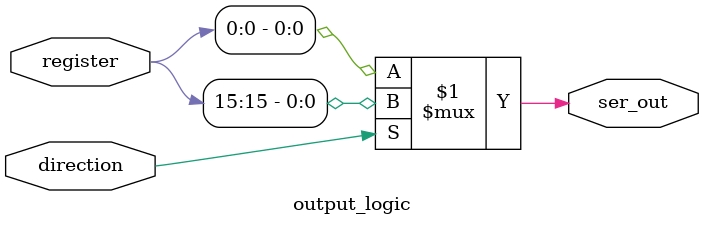
<source format=sv>
module bidir_shift_reg #(parameter W = 16) (
    input wire clock, reset,
    input wire direction,     // 0: right, 1: left
    input wire ser_in,
    output wire ser_out
);
    // 内部信号声明
    reg [W-1:0] register;
    wire [W-1:0] next_register;
    
    // 组合逻辑部分 - 计算下一个寄存器状态
    shift_logic #(.WIDTH(W)) shift_comb (
        .current_reg(register),
        .direction(direction),
        .ser_in(ser_in),
        .next_reg(next_register)
    );
    
    // 组合逻辑部分 - 输出逻辑
    output_logic #(.WIDTH(W)) out_comb (
        .register(register),
        .direction(direction),
        .ser_out(ser_out)
    );
    
    // 时序逻辑部分 - 寄存器更新
    always @(posedge clock) begin
        if (reset)
            register <= {W{1'b0}};
        else
            register <= next_register;
    end
endmodule

// 组合逻辑模块 - 移位逻辑
module shift_logic #(parameter WIDTH = 16) (
    input wire [WIDTH-1:0] current_reg,
    input wire direction,
    input wire ser_in,
    output wire [WIDTH-1:0] next_reg
);
    // 纯组合逻辑实现
    assign next_reg = direction ? 
                     {current_reg[WIDTH-2:0], ser_in} :  // 左移
                     {ser_in, current_reg[WIDTH-1:1]};   // 右移
endmodule

// 组合逻辑模块 - 输出逻辑
module output_logic #(parameter WIDTH = 16) (
    input wire [WIDTH-1:0] register,
    input wire direction,
    output wire ser_out
);
    // 纯组合逻辑实现
    assign ser_out = direction ? register[WIDTH-1] : register[0];
endmodule
</source>
